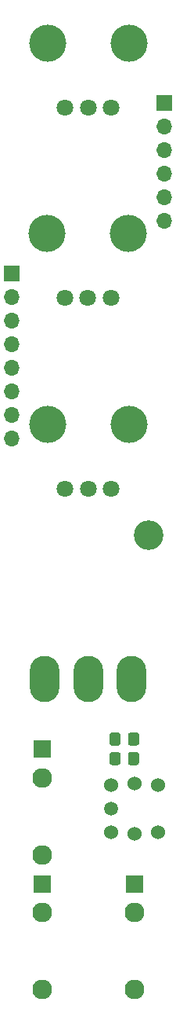
<source format=gts>
G04 #@! TF.GenerationSoftware,KiCad,Pcbnew,7.0.1.1-36-gbcf78dbe24-dirty-deb11*
G04 #@! TF.CreationDate,2023-04-09T19:20:54+00:00*
G04 #@! TF.ProjectId,RP2040-VCO,52503230-3430-42d5-9643-4f2e6b696361,rev?*
G04 #@! TF.SameCoordinates,Original*
G04 #@! TF.FileFunction,Soldermask,Top*
G04 #@! TF.FilePolarity,Negative*
%FSLAX46Y46*%
G04 Gerber Fmt 4.6, Leading zero omitted, Abs format (unit mm)*
G04 Created by KiCad (PCBNEW 7.0.1.1-36-gbcf78dbe24-dirty-deb11) date 2023-04-09 19:20:54*
%MOMM*%
%LPD*%
G01*
G04 APERTURE LIST*
%ADD10R,1.930000X1.830000*%
%ADD11C,2.130000*%
%ADD12C,4.000000*%
%ADD13C,1.800000*%
%ADD14C,1.500000*%
%ADD15C,1.524000*%
%ADD16C,3.200000*%
%ADD17O,3.200000X5.000000*%
%ADD18R,1.700000X1.700000*%
%ADD19O,1.700000X1.700000*%
G04 APERTURE END LIST*
D10*
X89000000Y-133600000D03*
D11*
X89000000Y-145000000D03*
X89000000Y-136700000D03*
D10*
X79000000Y-133600000D03*
D11*
X79000000Y-145000000D03*
X79000000Y-136700000D03*
D10*
X79000000Y-119100000D03*
D11*
X79000000Y-130500000D03*
X79000000Y-122200000D03*
D12*
X79600000Y-43000000D03*
X88400000Y-43000000D03*
D13*
X86500000Y-50000000D03*
X84000000Y-50000000D03*
X81500000Y-50000000D03*
D14*
X86460000Y-125500000D03*
D15*
X86460000Y-128040000D03*
X86460000Y-122960000D03*
X91540000Y-128040000D03*
X91540000Y-122960000D03*
X89000000Y-122800000D03*
X89000000Y-128200000D03*
D16*
X90500000Y-96000000D03*
G36*
G01*
X89500000Y-119650000D02*
X89500000Y-120550000D01*
G75*
G02*
X89250000Y-120800000I-250000J0D01*
G01*
X88550000Y-120800000D01*
G75*
G02*
X88300000Y-120550000I0J250000D01*
G01*
X88300000Y-119650000D01*
G75*
G02*
X88550000Y-119400000I250000J0D01*
G01*
X89250000Y-119400000D01*
G75*
G02*
X89500000Y-119650000I0J-250000D01*
G01*
G37*
G36*
G01*
X87500000Y-119650000D02*
X87500000Y-120550000D01*
G75*
G02*
X87250000Y-120800000I-250000J0D01*
G01*
X86550000Y-120800000D01*
G75*
G02*
X86300000Y-120550000I0J250000D01*
G01*
X86300000Y-119650000D01*
G75*
G02*
X86550000Y-119400000I250000J0D01*
G01*
X87250000Y-119400000D01*
G75*
G02*
X87500000Y-119650000I0J-250000D01*
G01*
G37*
G36*
G01*
X89500000Y-117550000D02*
X89500000Y-118450000D01*
G75*
G02*
X89250000Y-118700000I-250000J0D01*
G01*
X88550000Y-118700000D01*
G75*
G02*
X88300000Y-118450000I0J250000D01*
G01*
X88300000Y-117550000D01*
G75*
G02*
X88550000Y-117300000I250000J0D01*
G01*
X89250000Y-117300000D01*
G75*
G02*
X89500000Y-117550000I0J-250000D01*
G01*
G37*
G36*
G01*
X87500000Y-117550000D02*
X87500000Y-118450000D01*
G75*
G02*
X87250000Y-118700000I-250000J0D01*
G01*
X86550000Y-118700000D01*
G75*
G02*
X86300000Y-118450000I0J250000D01*
G01*
X86300000Y-117550000D01*
G75*
G02*
X86550000Y-117300000I250000J0D01*
G01*
X87250000Y-117300000D01*
G75*
G02*
X87500000Y-117550000I0J-250000D01*
G01*
G37*
D17*
X88700000Y-111500000D03*
X84000000Y-111500000D03*
X79300000Y-111500000D03*
D12*
X79560000Y-63500000D03*
X88360000Y-63500000D03*
D13*
X86460000Y-70500000D03*
X83960000Y-70500000D03*
X81460000Y-70500000D03*
D12*
X79600000Y-84050000D03*
X88400000Y-84050000D03*
D13*
X86500000Y-91050000D03*
X84000000Y-91050000D03*
X81500000Y-91050000D03*
D18*
X92200000Y-49500000D03*
D19*
X92200000Y-52040000D03*
X92200000Y-54580000D03*
X92200000Y-57120000D03*
X92200000Y-59660000D03*
X92200000Y-62200000D03*
D18*
X75750000Y-67800000D03*
D19*
X75750000Y-70340000D03*
X75750000Y-72880000D03*
X75750000Y-75420000D03*
X75750000Y-77960000D03*
X75750000Y-80500000D03*
X75750000Y-83040000D03*
X75750000Y-85580000D03*
M02*

</source>
